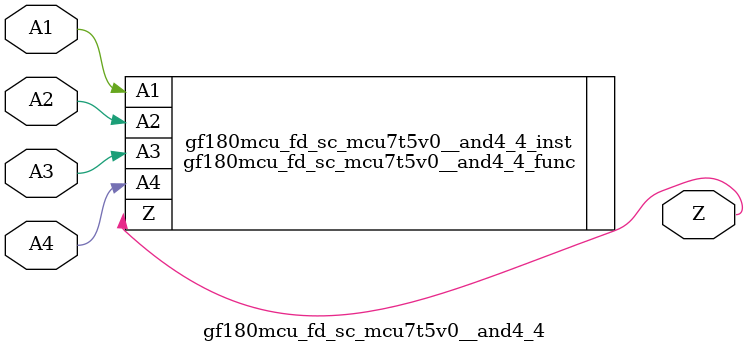
<source format=v>

module gf180mcu_fd_sc_mcu7t5v0__and4_4( A4, A3, A1, A2, Z );
input A1, A2, A3, A4;
output Z;

   `ifdef FUNCTIONAL  //  functional //

	gf180mcu_fd_sc_mcu7t5v0__and4_4_func gf180mcu_fd_sc_mcu7t5v0__and4_4_behav_inst(.A4(A4),.A3(A3),.A1(A1),.A2(A2),.Z(Z));

   `else

	gf180mcu_fd_sc_mcu7t5v0__and4_4_func gf180mcu_fd_sc_mcu7t5v0__and4_4_inst(.A4(A4),.A3(A3),.A1(A1),.A2(A2),.Z(Z));

	// spec_gates_begin


	// spec_gates_end



   specify

	// specify_block_begin

	// comb arc A1 --> Z
	 (A1 => Z) = (1.0,1.0);

	// comb arc A2 --> Z
	 (A2 => Z) = (1.0,1.0);

	// comb arc A3 --> Z
	 (A3 => Z) = (1.0,1.0);

	// comb arc A4 --> Z
	 (A4 => Z) = (1.0,1.0);

	// specify_block_end

   endspecify

   `endif

endmodule

</source>
